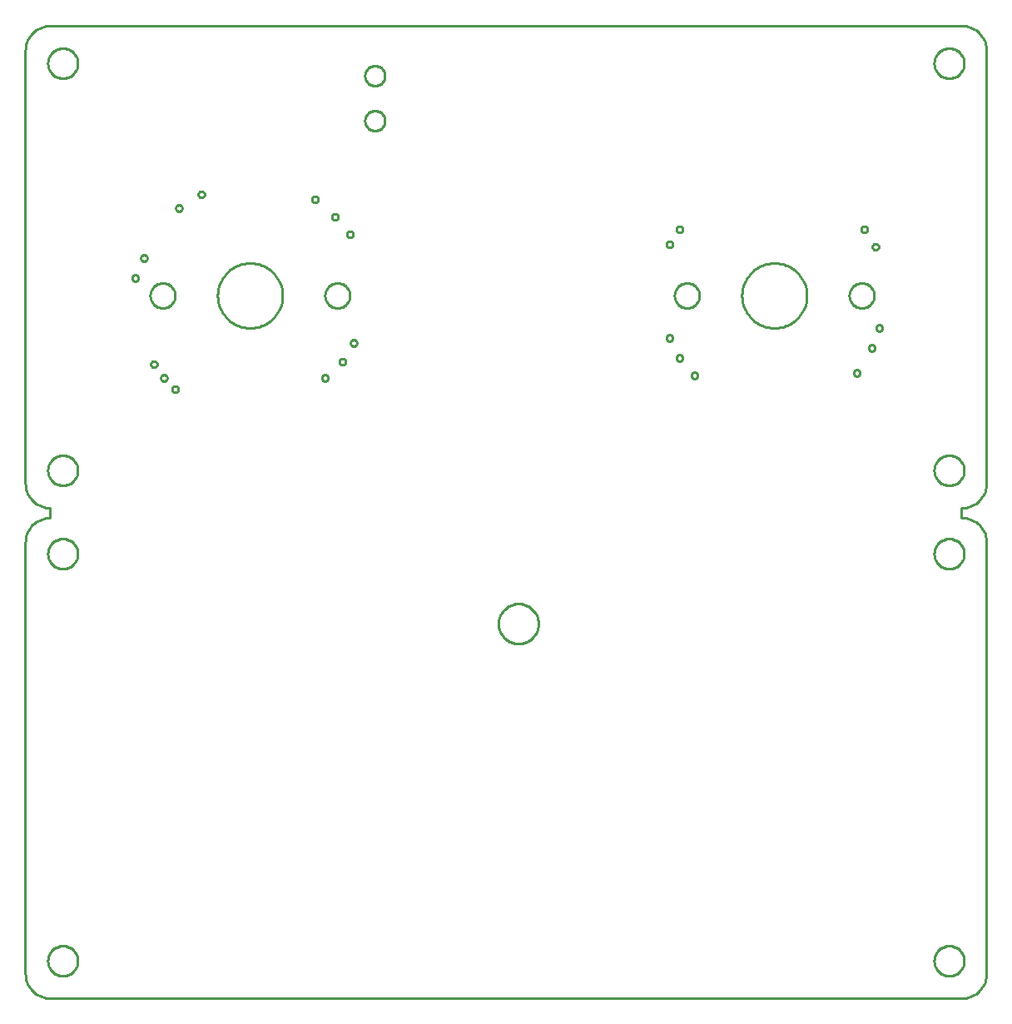
<source format=gbr>
G04 EAGLE Gerber RS-274X export*
G75*
%MOMM*%
%FSLAX34Y34*%
%LPD*%
%IN*%
%IPPOS*%
%AMOC8*
5,1,8,0,0,1.08239X$1,22.5*%
G01*
%ADD10C,0.254000*%


D10*
X0Y25654D02*
X97Y23440D01*
X386Y21243D01*
X865Y19080D01*
X1532Y16967D01*
X2380Y14920D01*
X3403Y12954D01*
X4594Y11085D01*
X5942Y9327D01*
X7440Y7694D01*
X9073Y6196D01*
X10831Y4848D01*
X12700Y3657D01*
X14666Y2634D01*
X16713Y1786D01*
X18826Y1119D01*
X20989Y640D01*
X23186Y351D01*
X25400Y254D01*
X952500Y254D01*
X954714Y351D01*
X956911Y640D01*
X959074Y1119D01*
X961187Y1786D01*
X963235Y2634D01*
X965200Y3657D01*
X967069Y4848D01*
X968827Y6196D01*
X970461Y7694D01*
X971958Y9327D01*
X973306Y11085D01*
X974497Y12954D01*
X975520Y14920D01*
X976368Y16967D01*
X977035Y19080D01*
X977514Y21243D01*
X977803Y23440D01*
X977900Y25654D01*
X977900Y463804D01*
X977803Y466018D01*
X977514Y468215D01*
X977035Y470378D01*
X976368Y472491D01*
X975520Y474539D01*
X974497Y476504D01*
X973306Y478373D01*
X971958Y480131D01*
X970461Y481765D01*
X968827Y483262D01*
X967069Y484610D01*
X965200Y485801D01*
X963235Y486824D01*
X961187Y487672D01*
X959074Y488339D01*
X956911Y488818D01*
X954714Y489107D01*
X952500Y489204D01*
X952500Y499110D01*
X954714Y499207D01*
X956911Y499496D01*
X959074Y499975D01*
X961187Y500642D01*
X963235Y501490D01*
X965200Y502513D01*
X967069Y503704D01*
X968827Y505052D01*
X970461Y506550D01*
X971958Y508183D01*
X973306Y509941D01*
X974497Y511810D01*
X975520Y513776D01*
X976368Y515823D01*
X977035Y517936D01*
X977514Y520099D01*
X977803Y522296D01*
X977900Y524510D01*
X977900Y963930D01*
X977803Y966144D01*
X977514Y968341D01*
X977035Y970504D01*
X976368Y972617D01*
X975520Y974665D01*
X974497Y976630D01*
X973306Y978499D01*
X971958Y980257D01*
X970461Y981891D01*
X968827Y983388D01*
X967069Y984736D01*
X965200Y985927D01*
X963235Y986950D01*
X961187Y987798D01*
X959074Y988465D01*
X956911Y988944D01*
X954714Y989233D01*
X952500Y989330D01*
X25400Y989330D01*
X23186Y989233D01*
X20989Y988944D01*
X18826Y988465D01*
X16713Y987798D01*
X14666Y986950D01*
X12700Y985927D01*
X10831Y984736D01*
X9073Y983388D01*
X7440Y981891D01*
X5942Y980257D01*
X4594Y978499D01*
X3403Y976630D01*
X2380Y974665D01*
X1532Y972617D01*
X865Y970504D01*
X386Y968341D01*
X97Y966144D01*
X0Y963930D01*
X0Y524510D01*
X97Y522296D01*
X386Y520099D01*
X865Y517936D01*
X1532Y515823D01*
X2380Y513776D01*
X3403Y511810D01*
X4594Y509941D01*
X5942Y508183D01*
X7440Y506550D01*
X9073Y505052D01*
X10831Y503704D01*
X12700Y502513D01*
X14666Y501490D01*
X16713Y500642D01*
X18826Y499975D01*
X20989Y499496D01*
X23186Y499207D01*
X25400Y499110D01*
X25400Y489204D01*
X23186Y489107D01*
X20989Y488818D01*
X18826Y488339D01*
X16713Y487672D01*
X14666Y486824D01*
X12700Y485801D01*
X10831Y484610D01*
X9073Y483262D01*
X7440Y481765D01*
X5942Y480131D01*
X4594Y478373D01*
X3403Y476504D01*
X2380Y474539D01*
X1532Y472491D01*
X865Y470378D01*
X386Y468215D01*
X97Y466018D01*
X0Y463804D01*
X0Y25654D01*
X53340Y950686D02*
X53262Y949600D01*
X53107Y948522D01*
X52876Y947459D01*
X52569Y946414D01*
X52189Y945394D01*
X51737Y944404D01*
X51215Y943449D01*
X50626Y942533D01*
X49974Y941661D01*
X49261Y940839D01*
X48491Y940069D01*
X47669Y939356D01*
X46797Y938704D01*
X45881Y938115D01*
X44926Y937593D01*
X43936Y937141D01*
X42916Y936761D01*
X41871Y936454D01*
X40808Y936223D01*
X39730Y936068D01*
X38644Y935990D01*
X37556Y935990D01*
X36470Y936068D01*
X35392Y936223D01*
X34329Y936454D01*
X33284Y936761D01*
X32264Y937141D01*
X31274Y937593D01*
X30319Y938115D01*
X29403Y938704D01*
X28531Y939356D01*
X27709Y940069D01*
X26939Y940839D01*
X26226Y941661D01*
X25574Y942533D01*
X24985Y943449D01*
X24463Y944404D01*
X24011Y945394D01*
X23631Y946414D01*
X23324Y947459D01*
X23093Y948522D01*
X22938Y949600D01*
X22860Y950686D01*
X22860Y951774D01*
X22938Y952860D01*
X23093Y953938D01*
X23324Y955001D01*
X23631Y956046D01*
X24011Y957066D01*
X24463Y958056D01*
X24985Y959011D01*
X25574Y959927D01*
X26226Y960799D01*
X26939Y961621D01*
X27709Y962391D01*
X28531Y963104D01*
X29403Y963756D01*
X30319Y964345D01*
X31274Y964867D01*
X32264Y965319D01*
X33284Y965699D01*
X34329Y966006D01*
X35392Y966237D01*
X36470Y966392D01*
X37556Y966470D01*
X38644Y966470D01*
X39730Y966392D01*
X40808Y966237D01*
X41871Y966006D01*
X42916Y965699D01*
X43936Y965319D01*
X44926Y964867D01*
X45881Y964345D01*
X46797Y963756D01*
X47669Y963104D01*
X48491Y962391D01*
X49261Y961621D01*
X49974Y960799D01*
X50626Y959927D01*
X51215Y959011D01*
X51737Y958056D01*
X52189Y957066D01*
X52569Y956046D01*
X52876Y955001D01*
X53107Y953938D01*
X53262Y952860D01*
X53340Y951774D01*
X53340Y950686D01*
X53340Y536666D02*
X53262Y535580D01*
X53107Y534502D01*
X52876Y533439D01*
X52569Y532394D01*
X52189Y531374D01*
X51737Y530384D01*
X51215Y529429D01*
X50626Y528513D01*
X49974Y527641D01*
X49261Y526819D01*
X48491Y526049D01*
X47669Y525336D01*
X46797Y524684D01*
X45881Y524095D01*
X44926Y523573D01*
X43936Y523121D01*
X42916Y522741D01*
X41871Y522434D01*
X40808Y522203D01*
X39730Y522048D01*
X38644Y521970D01*
X37556Y521970D01*
X36470Y522048D01*
X35392Y522203D01*
X34329Y522434D01*
X33284Y522741D01*
X32264Y523121D01*
X31274Y523573D01*
X30319Y524095D01*
X29403Y524684D01*
X28531Y525336D01*
X27709Y526049D01*
X26939Y526819D01*
X26226Y527641D01*
X25574Y528513D01*
X24985Y529429D01*
X24463Y530384D01*
X24011Y531374D01*
X23631Y532394D01*
X23324Y533439D01*
X23093Y534502D01*
X22938Y535580D01*
X22860Y536666D01*
X22860Y537754D01*
X22938Y538840D01*
X23093Y539918D01*
X23324Y540981D01*
X23631Y542026D01*
X24011Y543046D01*
X24463Y544036D01*
X24985Y544991D01*
X25574Y545907D01*
X26226Y546779D01*
X26939Y547601D01*
X27709Y548371D01*
X28531Y549084D01*
X29403Y549736D01*
X30319Y550325D01*
X31274Y550847D01*
X32264Y551299D01*
X33284Y551679D01*
X34329Y551986D01*
X35392Y552217D01*
X36470Y552372D01*
X37556Y552450D01*
X38644Y552450D01*
X39730Y552372D01*
X40808Y552217D01*
X41871Y551986D01*
X42916Y551679D01*
X43936Y551299D01*
X44926Y550847D01*
X45881Y550325D01*
X46797Y549736D01*
X47669Y549084D01*
X48491Y548371D01*
X49261Y547601D01*
X49974Y546779D01*
X50626Y545907D01*
X51215Y544991D01*
X51737Y544036D01*
X52189Y543046D01*
X52569Y542026D01*
X52876Y540981D01*
X53107Y539918D01*
X53262Y538840D01*
X53340Y537754D01*
X53340Y536666D01*
X955040Y536666D02*
X954962Y535580D01*
X954807Y534502D01*
X954576Y533439D01*
X954269Y532394D01*
X953889Y531374D01*
X953437Y530384D01*
X952915Y529429D01*
X952326Y528513D01*
X951674Y527641D01*
X950961Y526819D01*
X950191Y526049D01*
X949369Y525336D01*
X948497Y524684D01*
X947581Y524095D01*
X946626Y523573D01*
X945636Y523121D01*
X944616Y522741D01*
X943571Y522434D01*
X942508Y522203D01*
X941430Y522048D01*
X940344Y521970D01*
X939256Y521970D01*
X938170Y522048D01*
X937092Y522203D01*
X936029Y522434D01*
X934984Y522741D01*
X933964Y523121D01*
X932974Y523573D01*
X932019Y524095D01*
X931103Y524684D01*
X930231Y525336D01*
X929409Y526049D01*
X928639Y526819D01*
X927926Y527641D01*
X927274Y528513D01*
X926685Y529429D01*
X926163Y530384D01*
X925711Y531374D01*
X925331Y532394D01*
X925024Y533439D01*
X924793Y534502D01*
X924638Y535580D01*
X924560Y536666D01*
X924560Y537754D01*
X924638Y538840D01*
X924793Y539918D01*
X925024Y540981D01*
X925331Y542026D01*
X925711Y543046D01*
X926163Y544036D01*
X926685Y544991D01*
X927274Y545907D01*
X927926Y546779D01*
X928639Y547601D01*
X929409Y548371D01*
X930231Y549084D01*
X931103Y549736D01*
X932019Y550325D01*
X932974Y550847D01*
X933964Y551299D01*
X934984Y551679D01*
X936029Y551986D01*
X937092Y552217D01*
X938170Y552372D01*
X939256Y552450D01*
X940344Y552450D01*
X941430Y552372D01*
X942508Y552217D01*
X943571Y551986D01*
X944616Y551679D01*
X945636Y551299D01*
X946626Y550847D01*
X947581Y550325D01*
X948497Y549736D01*
X949369Y549084D01*
X950191Y548371D01*
X950961Y547601D01*
X951674Y546779D01*
X952326Y545907D01*
X952915Y544991D01*
X953437Y544036D01*
X953889Y543046D01*
X954269Y542026D01*
X954576Y540981D01*
X954807Y539918D01*
X954962Y538840D01*
X955040Y537754D01*
X955040Y536666D01*
X955040Y950686D02*
X954962Y949600D01*
X954807Y948522D01*
X954576Y947459D01*
X954269Y946414D01*
X953889Y945394D01*
X953437Y944404D01*
X952915Y943449D01*
X952326Y942533D01*
X951674Y941661D01*
X950961Y940839D01*
X950191Y940069D01*
X949369Y939356D01*
X948497Y938704D01*
X947581Y938115D01*
X946626Y937593D01*
X945636Y937141D01*
X944616Y936761D01*
X943571Y936454D01*
X942508Y936223D01*
X941430Y936068D01*
X940344Y935990D01*
X939256Y935990D01*
X938170Y936068D01*
X937092Y936223D01*
X936029Y936454D01*
X934984Y936761D01*
X933964Y937141D01*
X932974Y937593D01*
X932019Y938115D01*
X931103Y938704D01*
X930231Y939356D01*
X929409Y940069D01*
X928639Y940839D01*
X927926Y941661D01*
X927274Y942533D01*
X926685Y943449D01*
X926163Y944404D01*
X925711Y945394D01*
X925331Y946414D01*
X925024Y947459D01*
X924793Y948522D01*
X924638Y949600D01*
X924560Y950686D01*
X924560Y951774D01*
X924638Y952860D01*
X924793Y953938D01*
X925024Y955001D01*
X925331Y956046D01*
X925711Y957066D01*
X926163Y958056D01*
X926685Y959011D01*
X927274Y959927D01*
X927926Y960799D01*
X928639Y961621D01*
X929409Y962391D01*
X930231Y963104D01*
X931103Y963756D01*
X932019Y964345D01*
X932974Y964867D01*
X933964Y965319D01*
X934984Y965699D01*
X936029Y966006D01*
X937092Y966237D01*
X938170Y966392D01*
X939256Y966470D01*
X940344Y966470D01*
X941430Y966392D01*
X942508Y966237D01*
X943571Y966006D01*
X944616Y965699D01*
X945636Y965319D01*
X946626Y964867D01*
X947581Y964345D01*
X948497Y963756D01*
X949369Y963104D01*
X950191Y962391D01*
X950961Y961621D01*
X951674Y960799D01*
X952326Y959927D01*
X952915Y959011D01*
X953437Y958056D01*
X953889Y957066D01*
X954269Y956046D01*
X954576Y955001D01*
X954807Y953938D01*
X954962Y952860D01*
X955040Y951774D01*
X955040Y950686D01*
X53340Y37810D02*
X53262Y36724D01*
X53107Y35646D01*
X52876Y34583D01*
X52569Y33538D01*
X52189Y32518D01*
X51737Y31528D01*
X51215Y30573D01*
X50626Y29657D01*
X49974Y28785D01*
X49261Y27963D01*
X48491Y27193D01*
X47669Y26480D01*
X46797Y25828D01*
X45881Y25239D01*
X44926Y24717D01*
X43936Y24265D01*
X42916Y23885D01*
X41871Y23578D01*
X40808Y23347D01*
X39730Y23192D01*
X38644Y23114D01*
X37556Y23114D01*
X36470Y23192D01*
X35392Y23347D01*
X34329Y23578D01*
X33284Y23885D01*
X32264Y24265D01*
X31274Y24717D01*
X30319Y25239D01*
X29403Y25828D01*
X28531Y26480D01*
X27709Y27193D01*
X26939Y27963D01*
X26226Y28785D01*
X25574Y29657D01*
X24985Y30573D01*
X24463Y31528D01*
X24011Y32518D01*
X23631Y33538D01*
X23324Y34583D01*
X23093Y35646D01*
X22938Y36724D01*
X22860Y37810D01*
X22860Y38898D01*
X22938Y39984D01*
X23093Y41062D01*
X23324Y42125D01*
X23631Y43170D01*
X24011Y44190D01*
X24463Y45180D01*
X24985Y46135D01*
X25574Y47051D01*
X26226Y47923D01*
X26939Y48745D01*
X27709Y49515D01*
X28531Y50228D01*
X29403Y50880D01*
X30319Y51469D01*
X31274Y51991D01*
X32264Y52443D01*
X33284Y52823D01*
X34329Y53130D01*
X35392Y53361D01*
X36470Y53516D01*
X37556Y53594D01*
X38644Y53594D01*
X39730Y53516D01*
X40808Y53361D01*
X41871Y53130D01*
X42916Y52823D01*
X43936Y52443D01*
X44926Y51991D01*
X45881Y51469D01*
X46797Y50880D01*
X47669Y50228D01*
X48491Y49515D01*
X49261Y48745D01*
X49974Y47923D01*
X50626Y47051D01*
X51215Y46135D01*
X51737Y45180D01*
X52189Y44190D01*
X52569Y43170D01*
X52876Y42125D01*
X53107Y41062D01*
X53262Y39984D01*
X53340Y38898D01*
X53340Y37810D01*
X53340Y451830D02*
X53262Y450744D01*
X53107Y449666D01*
X52876Y448603D01*
X52569Y447558D01*
X52189Y446538D01*
X51737Y445548D01*
X51215Y444593D01*
X50626Y443677D01*
X49974Y442805D01*
X49261Y441983D01*
X48491Y441213D01*
X47669Y440500D01*
X46797Y439848D01*
X45881Y439259D01*
X44926Y438737D01*
X43936Y438285D01*
X42916Y437905D01*
X41871Y437598D01*
X40808Y437367D01*
X39730Y437212D01*
X38644Y437134D01*
X37556Y437134D01*
X36470Y437212D01*
X35392Y437367D01*
X34329Y437598D01*
X33284Y437905D01*
X32264Y438285D01*
X31274Y438737D01*
X30319Y439259D01*
X29403Y439848D01*
X28531Y440500D01*
X27709Y441213D01*
X26939Y441983D01*
X26226Y442805D01*
X25574Y443677D01*
X24985Y444593D01*
X24463Y445548D01*
X24011Y446538D01*
X23631Y447558D01*
X23324Y448603D01*
X23093Y449666D01*
X22938Y450744D01*
X22860Y451830D01*
X22860Y452918D01*
X22938Y454004D01*
X23093Y455082D01*
X23324Y456145D01*
X23631Y457190D01*
X24011Y458210D01*
X24463Y459200D01*
X24985Y460155D01*
X25574Y461071D01*
X26226Y461943D01*
X26939Y462765D01*
X27709Y463535D01*
X28531Y464248D01*
X29403Y464900D01*
X30319Y465489D01*
X31274Y466011D01*
X32264Y466463D01*
X33284Y466843D01*
X34329Y467150D01*
X35392Y467381D01*
X36470Y467536D01*
X37556Y467614D01*
X38644Y467614D01*
X39730Y467536D01*
X40808Y467381D01*
X41871Y467150D01*
X42916Y466843D01*
X43936Y466463D01*
X44926Y466011D01*
X45881Y465489D01*
X46797Y464900D01*
X47669Y464248D01*
X48491Y463535D01*
X49261Y462765D01*
X49974Y461943D01*
X50626Y461071D01*
X51215Y460155D01*
X51737Y459200D01*
X52189Y458210D01*
X52569Y457190D01*
X52876Y456145D01*
X53107Y455082D01*
X53262Y454004D01*
X53340Y452918D01*
X53340Y451830D01*
X955040Y451830D02*
X954962Y450744D01*
X954807Y449666D01*
X954576Y448603D01*
X954269Y447558D01*
X953889Y446538D01*
X953437Y445548D01*
X952915Y444593D01*
X952326Y443677D01*
X951674Y442805D01*
X950961Y441983D01*
X950191Y441213D01*
X949369Y440500D01*
X948497Y439848D01*
X947581Y439259D01*
X946626Y438737D01*
X945636Y438285D01*
X944616Y437905D01*
X943571Y437598D01*
X942508Y437367D01*
X941430Y437212D01*
X940344Y437134D01*
X939256Y437134D01*
X938170Y437212D01*
X937092Y437367D01*
X936029Y437598D01*
X934984Y437905D01*
X933964Y438285D01*
X932974Y438737D01*
X932019Y439259D01*
X931103Y439848D01*
X930231Y440500D01*
X929409Y441213D01*
X928639Y441983D01*
X927926Y442805D01*
X927274Y443677D01*
X926685Y444593D01*
X926163Y445548D01*
X925711Y446538D01*
X925331Y447558D01*
X925024Y448603D01*
X924793Y449666D01*
X924638Y450744D01*
X924560Y451830D01*
X924560Y452918D01*
X924638Y454004D01*
X924793Y455082D01*
X925024Y456145D01*
X925331Y457190D01*
X925711Y458210D01*
X926163Y459200D01*
X926685Y460155D01*
X927274Y461071D01*
X927926Y461943D01*
X928639Y462765D01*
X929409Y463535D01*
X930231Y464248D01*
X931103Y464900D01*
X932019Y465489D01*
X932974Y466011D01*
X933964Y466463D01*
X934984Y466843D01*
X936029Y467150D01*
X937092Y467381D01*
X938170Y467536D01*
X939256Y467614D01*
X940344Y467614D01*
X941430Y467536D01*
X942508Y467381D01*
X943571Y467150D01*
X944616Y466843D01*
X945636Y466463D01*
X946626Y466011D01*
X947581Y465489D01*
X948497Y464900D01*
X949369Y464248D01*
X950191Y463535D01*
X950961Y462765D01*
X951674Y461943D01*
X952326Y461071D01*
X952915Y460155D01*
X953437Y459200D01*
X953889Y458210D01*
X954269Y457190D01*
X954576Y456145D01*
X954807Y455082D01*
X954962Y454004D01*
X955040Y452918D01*
X955040Y451830D01*
X955040Y37810D02*
X954962Y36724D01*
X954807Y35646D01*
X954576Y34583D01*
X954269Y33538D01*
X953889Y32518D01*
X953437Y31528D01*
X952915Y30573D01*
X952326Y29657D01*
X951674Y28785D01*
X950961Y27963D01*
X950191Y27193D01*
X949369Y26480D01*
X948497Y25828D01*
X947581Y25239D01*
X946626Y24717D01*
X945636Y24265D01*
X944616Y23885D01*
X943571Y23578D01*
X942508Y23347D01*
X941430Y23192D01*
X940344Y23114D01*
X939256Y23114D01*
X938170Y23192D01*
X937092Y23347D01*
X936029Y23578D01*
X934984Y23885D01*
X933964Y24265D01*
X932974Y24717D01*
X932019Y25239D01*
X931103Y25828D01*
X930231Y26480D01*
X929409Y27193D01*
X928639Y27963D01*
X927926Y28785D01*
X927274Y29657D01*
X926685Y30573D01*
X926163Y31528D01*
X925711Y32518D01*
X925331Y33538D01*
X925024Y34583D01*
X924793Y35646D01*
X924638Y36724D01*
X924560Y37810D01*
X924560Y38898D01*
X924638Y39984D01*
X924793Y41062D01*
X925024Y42125D01*
X925331Y43170D01*
X925711Y44190D01*
X926163Y45180D01*
X926685Y46135D01*
X927274Y47051D01*
X927926Y47923D01*
X928639Y48745D01*
X929409Y49515D01*
X930231Y50228D01*
X931103Y50880D01*
X932019Y51469D01*
X932974Y51991D01*
X933964Y52443D01*
X934984Y52823D01*
X936029Y53130D01*
X937092Y53361D01*
X938170Y53516D01*
X939256Y53594D01*
X940344Y53594D01*
X941430Y53516D01*
X942508Y53361D01*
X943571Y53130D01*
X944616Y52823D01*
X945636Y52443D01*
X946626Y51991D01*
X947581Y51469D01*
X948497Y50880D01*
X949369Y50228D01*
X950191Y49515D01*
X950961Y48745D01*
X951674Y47923D01*
X952326Y47051D01*
X952915Y46135D01*
X953437Y45180D01*
X953889Y44190D01*
X954269Y43170D01*
X954576Y42125D01*
X954807Y41062D01*
X954962Y39984D01*
X955040Y38898D01*
X955040Y37810D01*
X134060Y644947D02*
X134004Y644525D01*
X133894Y644113D01*
X133731Y643719D01*
X133518Y643351D01*
X133259Y643013D01*
X132957Y642711D01*
X132619Y642452D01*
X132251Y642239D01*
X131857Y642076D01*
X131445Y641966D01*
X131023Y641910D01*
X130597Y641910D01*
X130175Y641966D01*
X129763Y642076D01*
X129369Y642239D01*
X129001Y642452D01*
X128663Y642711D01*
X128361Y643013D01*
X128102Y643351D01*
X127889Y643719D01*
X127726Y644113D01*
X127616Y644525D01*
X127560Y644947D01*
X127560Y645373D01*
X127616Y645795D01*
X127726Y646207D01*
X127889Y646601D01*
X128102Y646969D01*
X128361Y647307D01*
X128663Y647609D01*
X129001Y647868D01*
X129369Y648081D01*
X129763Y648244D01*
X130175Y648354D01*
X130597Y648410D01*
X131023Y648410D01*
X131445Y648354D01*
X131857Y648244D01*
X132251Y648081D01*
X132619Y647868D01*
X132957Y647609D01*
X133259Y647307D01*
X133518Y646969D01*
X133731Y646601D01*
X133894Y646207D01*
X134004Y645795D01*
X134060Y645373D01*
X134060Y644947D01*
X144220Y630977D02*
X144164Y630555D01*
X144054Y630143D01*
X143891Y629749D01*
X143678Y629381D01*
X143419Y629043D01*
X143117Y628741D01*
X142779Y628482D01*
X142411Y628269D01*
X142017Y628106D01*
X141605Y627996D01*
X141183Y627940D01*
X140757Y627940D01*
X140335Y627996D01*
X139923Y628106D01*
X139529Y628269D01*
X139161Y628482D01*
X138823Y628741D01*
X138521Y629043D01*
X138262Y629381D01*
X138049Y629749D01*
X137886Y630143D01*
X137776Y630555D01*
X137720Y630977D01*
X137720Y631403D01*
X137776Y631825D01*
X137886Y632237D01*
X138049Y632631D01*
X138262Y632999D01*
X138521Y633337D01*
X138823Y633639D01*
X139161Y633898D01*
X139529Y634111D01*
X139923Y634274D01*
X140335Y634384D01*
X140757Y634440D01*
X141183Y634440D01*
X141605Y634384D01*
X142017Y634274D01*
X142411Y634111D01*
X142779Y633898D01*
X143117Y633639D01*
X143419Y633337D01*
X143678Y632999D01*
X143891Y632631D01*
X144054Y632237D01*
X144164Y631825D01*
X144220Y631403D01*
X144220Y630977D01*
X155650Y619547D02*
X155594Y619125D01*
X155484Y618713D01*
X155321Y618319D01*
X155108Y617951D01*
X154849Y617613D01*
X154547Y617311D01*
X154209Y617052D01*
X153841Y616839D01*
X153447Y616676D01*
X153035Y616566D01*
X152613Y616510D01*
X152187Y616510D01*
X151765Y616566D01*
X151353Y616676D01*
X150959Y616839D01*
X150591Y617052D01*
X150253Y617311D01*
X149951Y617613D01*
X149692Y617951D01*
X149479Y618319D01*
X149316Y618713D01*
X149206Y619125D01*
X149150Y619547D01*
X149150Y619973D01*
X149206Y620395D01*
X149316Y620807D01*
X149479Y621201D01*
X149692Y621569D01*
X149951Y621907D01*
X150253Y622209D01*
X150591Y622468D01*
X150959Y622681D01*
X151353Y622844D01*
X151765Y622954D01*
X152187Y623010D01*
X152613Y623010D01*
X153035Y622954D01*
X153447Y622844D01*
X153841Y622681D01*
X154209Y622468D01*
X154547Y622209D01*
X154849Y621907D01*
X155108Y621569D01*
X155321Y621201D01*
X155484Y620807D01*
X155594Y620395D01*
X155650Y619973D01*
X155650Y619547D01*
X308050Y630977D02*
X307994Y630555D01*
X307884Y630143D01*
X307721Y629749D01*
X307508Y629381D01*
X307249Y629043D01*
X306947Y628741D01*
X306609Y628482D01*
X306241Y628269D01*
X305847Y628106D01*
X305435Y627996D01*
X305013Y627940D01*
X304587Y627940D01*
X304165Y627996D01*
X303753Y628106D01*
X303359Y628269D01*
X302991Y628482D01*
X302653Y628741D01*
X302351Y629043D01*
X302092Y629381D01*
X301879Y629749D01*
X301716Y630143D01*
X301606Y630555D01*
X301550Y630977D01*
X301550Y631403D01*
X301606Y631825D01*
X301716Y632237D01*
X301879Y632631D01*
X302092Y632999D01*
X302351Y633337D01*
X302653Y633639D01*
X302991Y633898D01*
X303359Y634111D01*
X303753Y634274D01*
X304165Y634384D01*
X304587Y634440D01*
X305013Y634440D01*
X305435Y634384D01*
X305847Y634274D01*
X306241Y634111D01*
X306609Y633898D01*
X306947Y633639D01*
X307249Y633337D01*
X307508Y632999D01*
X307721Y632631D01*
X307884Y632237D01*
X307994Y631825D01*
X308050Y631403D01*
X308050Y630977D01*
X325830Y647487D02*
X325774Y647065D01*
X325664Y646653D01*
X325501Y646259D01*
X325288Y645891D01*
X325029Y645553D01*
X324727Y645251D01*
X324389Y644992D01*
X324021Y644779D01*
X323627Y644616D01*
X323215Y644506D01*
X322793Y644450D01*
X322367Y644450D01*
X321945Y644506D01*
X321533Y644616D01*
X321139Y644779D01*
X320771Y644992D01*
X320433Y645251D01*
X320131Y645553D01*
X319872Y645891D01*
X319659Y646259D01*
X319496Y646653D01*
X319386Y647065D01*
X319330Y647487D01*
X319330Y647913D01*
X319386Y648335D01*
X319496Y648747D01*
X319659Y649141D01*
X319872Y649509D01*
X320131Y649847D01*
X320433Y650149D01*
X320771Y650408D01*
X321139Y650621D01*
X321533Y650784D01*
X321945Y650894D01*
X322367Y650950D01*
X322793Y650950D01*
X323215Y650894D01*
X323627Y650784D01*
X324021Y650621D01*
X324389Y650408D01*
X324727Y650149D01*
X325029Y649847D01*
X325288Y649509D01*
X325501Y649141D01*
X325664Y648747D01*
X325774Y648335D01*
X325830Y647913D01*
X325830Y647487D01*
X337260Y666537D02*
X337204Y666115D01*
X337094Y665703D01*
X336931Y665309D01*
X336718Y664941D01*
X336459Y664603D01*
X336157Y664301D01*
X335819Y664042D01*
X335451Y663829D01*
X335057Y663666D01*
X334645Y663556D01*
X334223Y663500D01*
X333797Y663500D01*
X333375Y663556D01*
X332963Y663666D01*
X332569Y663829D01*
X332201Y664042D01*
X331863Y664301D01*
X331561Y664603D01*
X331302Y664941D01*
X331089Y665309D01*
X330926Y665703D01*
X330816Y666115D01*
X330760Y666537D01*
X330760Y666963D01*
X330816Y667385D01*
X330926Y667797D01*
X331089Y668191D01*
X331302Y668559D01*
X331561Y668897D01*
X331863Y669199D01*
X332201Y669458D01*
X332569Y669671D01*
X332963Y669834D01*
X333375Y669944D01*
X333797Y670000D01*
X334223Y670000D01*
X334645Y669944D01*
X335057Y669834D01*
X335451Y669671D01*
X335819Y669458D01*
X336157Y669199D01*
X336459Y668897D01*
X336718Y668559D01*
X336931Y668191D01*
X337094Y667797D01*
X337204Y667385D01*
X337260Y666963D01*
X337260Y666537D01*
X297890Y812587D02*
X297834Y812165D01*
X297724Y811753D01*
X297561Y811359D01*
X297348Y810991D01*
X297089Y810653D01*
X296787Y810351D01*
X296449Y810092D01*
X296081Y809879D01*
X295687Y809716D01*
X295275Y809606D01*
X294853Y809550D01*
X294427Y809550D01*
X294005Y809606D01*
X293593Y809716D01*
X293199Y809879D01*
X292831Y810092D01*
X292493Y810351D01*
X292191Y810653D01*
X291932Y810991D01*
X291719Y811359D01*
X291556Y811753D01*
X291446Y812165D01*
X291390Y812587D01*
X291390Y813013D01*
X291446Y813435D01*
X291556Y813847D01*
X291719Y814241D01*
X291932Y814609D01*
X292191Y814947D01*
X292493Y815249D01*
X292831Y815508D01*
X293199Y815721D01*
X293593Y815884D01*
X294005Y815994D01*
X294427Y816050D01*
X294853Y816050D01*
X295275Y815994D01*
X295687Y815884D01*
X296081Y815721D01*
X296449Y815508D01*
X296787Y815249D01*
X297089Y814947D01*
X297348Y814609D01*
X297561Y814241D01*
X297724Y813847D01*
X297834Y813435D01*
X297890Y813013D01*
X297890Y812587D01*
X318210Y794807D02*
X318154Y794385D01*
X318044Y793973D01*
X317881Y793579D01*
X317668Y793211D01*
X317409Y792873D01*
X317107Y792571D01*
X316769Y792312D01*
X316401Y792099D01*
X316007Y791936D01*
X315595Y791826D01*
X315173Y791770D01*
X314747Y791770D01*
X314325Y791826D01*
X313913Y791936D01*
X313519Y792099D01*
X313151Y792312D01*
X312813Y792571D01*
X312511Y792873D01*
X312252Y793211D01*
X312039Y793579D01*
X311876Y793973D01*
X311766Y794385D01*
X311710Y794807D01*
X311710Y795233D01*
X311766Y795655D01*
X311876Y796067D01*
X312039Y796461D01*
X312252Y796829D01*
X312511Y797167D01*
X312813Y797469D01*
X313151Y797728D01*
X313519Y797941D01*
X313913Y798104D01*
X314325Y798214D01*
X314747Y798270D01*
X315173Y798270D01*
X315595Y798214D01*
X316007Y798104D01*
X316401Y797941D01*
X316769Y797728D01*
X317107Y797469D01*
X317409Y797167D01*
X317668Y796829D01*
X317881Y796461D01*
X318044Y796067D01*
X318154Y795655D01*
X318210Y795233D01*
X318210Y794807D01*
X333450Y777027D02*
X333394Y776605D01*
X333284Y776193D01*
X333121Y775799D01*
X332908Y775431D01*
X332649Y775093D01*
X332347Y774791D01*
X332009Y774532D01*
X331641Y774319D01*
X331247Y774156D01*
X330835Y774046D01*
X330413Y773990D01*
X329987Y773990D01*
X329565Y774046D01*
X329153Y774156D01*
X328759Y774319D01*
X328391Y774532D01*
X328053Y774791D01*
X327751Y775093D01*
X327492Y775431D01*
X327279Y775799D01*
X327116Y776193D01*
X327006Y776605D01*
X326950Y777027D01*
X326950Y777453D01*
X327006Y777875D01*
X327116Y778287D01*
X327279Y778681D01*
X327492Y779049D01*
X327751Y779387D01*
X328053Y779689D01*
X328391Y779948D01*
X328759Y780161D01*
X329153Y780324D01*
X329565Y780434D01*
X329987Y780490D01*
X330413Y780490D01*
X330835Y780434D01*
X331247Y780324D01*
X331641Y780161D01*
X332009Y779948D01*
X332347Y779689D01*
X332649Y779387D01*
X332908Y779049D01*
X333121Y778681D01*
X333284Y778287D01*
X333394Y777875D01*
X333450Y777453D01*
X333450Y777027D01*
X159460Y803697D02*
X159404Y803275D01*
X159294Y802863D01*
X159131Y802469D01*
X158918Y802101D01*
X158659Y801763D01*
X158357Y801461D01*
X158019Y801202D01*
X157651Y800989D01*
X157257Y800826D01*
X156845Y800716D01*
X156423Y800660D01*
X155997Y800660D01*
X155575Y800716D01*
X155163Y800826D01*
X154769Y800989D01*
X154401Y801202D01*
X154063Y801461D01*
X153761Y801763D01*
X153502Y802101D01*
X153289Y802469D01*
X153126Y802863D01*
X153016Y803275D01*
X152960Y803697D01*
X152960Y804123D01*
X153016Y804545D01*
X153126Y804957D01*
X153289Y805351D01*
X153502Y805719D01*
X153761Y806057D01*
X154063Y806359D01*
X154401Y806618D01*
X154769Y806831D01*
X155163Y806994D01*
X155575Y807104D01*
X155997Y807160D01*
X156423Y807160D01*
X156845Y807104D01*
X157257Y806994D01*
X157651Y806831D01*
X158019Y806618D01*
X158357Y806359D01*
X158659Y806057D01*
X158918Y805719D01*
X159131Y805351D01*
X159294Y804957D01*
X159404Y804545D01*
X159460Y804123D01*
X159460Y803697D01*
X182320Y817667D02*
X182264Y817245D01*
X182154Y816833D01*
X181991Y816439D01*
X181778Y816071D01*
X181519Y815733D01*
X181217Y815431D01*
X180879Y815172D01*
X180511Y814959D01*
X180117Y814796D01*
X179705Y814686D01*
X179283Y814630D01*
X178857Y814630D01*
X178435Y814686D01*
X178023Y814796D01*
X177629Y814959D01*
X177261Y815172D01*
X176923Y815431D01*
X176621Y815733D01*
X176362Y816071D01*
X176149Y816439D01*
X175986Y816833D01*
X175876Y817245D01*
X175820Y817667D01*
X175820Y818093D01*
X175876Y818515D01*
X175986Y818927D01*
X176149Y819321D01*
X176362Y819689D01*
X176621Y820027D01*
X176923Y820329D01*
X177261Y820588D01*
X177629Y820801D01*
X178023Y820964D01*
X178435Y821074D01*
X178857Y821130D01*
X179283Y821130D01*
X179705Y821074D01*
X180117Y820964D01*
X180511Y820801D01*
X180879Y820588D01*
X181217Y820329D01*
X181519Y820027D01*
X181778Y819689D01*
X181991Y819321D01*
X182154Y818927D01*
X182264Y818515D01*
X182320Y818093D01*
X182320Y817667D01*
X115010Y732577D02*
X114954Y732155D01*
X114844Y731743D01*
X114681Y731349D01*
X114468Y730981D01*
X114209Y730643D01*
X113907Y730341D01*
X113569Y730082D01*
X113201Y729869D01*
X112807Y729706D01*
X112395Y729596D01*
X111973Y729540D01*
X111547Y729540D01*
X111125Y729596D01*
X110713Y729706D01*
X110319Y729869D01*
X109951Y730082D01*
X109613Y730341D01*
X109311Y730643D01*
X109052Y730981D01*
X108839Y731349D01*
X108676Y731743D01*
X108566Y732155D01*
X108510Y732577D01*
X108510Y733003D01*
X108566Y733425D01*
X108676Y733837D01*
X108839Y734231D01*
X109052Y734599D01*
X109311Y734937D01*
X109613Y735239D01*
X109951Y735498D01*
X110319Y735711D01*
X110713Y735874D01*
X111125Y735984D01*
X111547Y736040D01*
X111973Y736040D01*
X112395Y735984D01*
X112807Y735874D01*
X113201Y735711D01*
X113569Y735498D01*
X113907Y735239D01*
X114209Y734937D01*
X114468Y734599D01*
X114681Y734231D01*
X114844Y733837D01*
X114954Y733425D01*
X115010Y733003D01*
X115010Y732577D01*
X123900Y752897D02*
X123844Y752475D01*
X123734Y752063D01*
X123571Y751669D01*
X123358Y751301D01*
X123099Y750963D01*
X122797Y750661D01*
X122459Y750402D01*
X122091Y750189D01*
X121697Y750026D01*
X121285Y749916D01*
X120863Y749860D01*
X120437Y749860D01*
X120015Y749916D01*
X119603Y750026D01*
X119209Y750189D01*
X118841Y750402D01*
X118503Y750661D01*
X118201Y750963D01*
X117942Y751301D01*
X117729Y751669D01*
X117566Y752063D01*
X117456Y752475D01*
X117400Y752897D01*
X117400Y753323D01*
X117456Y753745D01*
X117566Y754157D01*
X117729Y754551D01*
X117942Y754919D01*
X118201Y755257D01*
X118503Y755559D01*
X118841Y755818D01*
X119209Y756031D01*
X119603Y756194D01*
X120015Y756304D01*
X120437Y756360D01*
X120863Y756360D01*
X121285Y756304D01*
X121697Y756194D01*
X122091Y756031D01*
X122459Y755818D01*
X122797Y755559D01*
X123099Y755257D01*
X123358Y754919D01*
X123571Y754551D01*
X123734Y754157D01*
X123844Y753745D01*
X123900Y753323D01*
X123900Y752897D01*
X658570Y766867D02*
X658514Y766445D01*
X658404Y766033D01*
X658241Y765639D01*
X658028Y765271D01*
X657769Y764933D01*
X657467Y764631D01*
X657129Y764372D01*
X656761Y764159D01*
X656367Y763996D01*
X655955Y763886D01*
X655533Y763830D01*
X655107Y763830D01*
X654685Y763886D01*
X654273Y763996D01*
X653879Y764159D01*
X653511Y764372D01*
X653173Y764631D01*
X652871Y764933D01*
X652612Y765271D01*
X652399Y765639D01*
X652236Y766033D01*
X652126Y766445D01*
X652070Y766867D01*
X652070Y767293D01*
X652126Y767715D01*
X652236Y768127D01*
X652399Y768521D01*
X652612Y768889D01*
X652871Y769227D01*
X653173Y769529D01*
X653511Y769788D01*
X653879Y770001D01*
X654273Y770164D01*
X654685Y770274D01*
X655107Y770330D01*
X655533Y770330D01*
X655955Y770274D01*
X656367Y770164D01*
X656761Y770001D01*
X657129Y769788D01*
X657467Y769529D01*
X657769Y769227D01*
X658028Y768889D01*
X658241Y768521D01*
X658404Y768127D01*
X658514Y767715D01*
X658570Y767293D01*
X658570Y766867D01*
X668730Y782107D02*
X668674Y781685D01*
X668564Y781273D01*
X668401Y780879D01*
X668188Y780511D01*
X667929Y780173D01*
X667627Y779871D01*
X667289Y779612D01*
X666921Y779399D01*
X666527Y779236D01*
X666115Y779126D01*
X665693Y779070D01*
X665267Y779070D01*
X664845Y779126D01*
X664433Y779236D01*
X664039Y779399D01*
X663671Y779612D01*
X663333Y779871D01*
X663031Y780173D01*
X662772Y780511D01*
X662559Y780879D01*
X662396Y781273D01*
X662286Y781685D01*
X662230Y782107D01*
X662230Y782533D01*
X662286Y782955D01*
X662396Y783367D01*
X662559Y783761D01*
X662772Y784129D01*
X663031Y784467D01*
X663333Y784769D01*
X663671Y785028D01*
X664039Y785241D01*
X664433Y785404D01*
X664845Y785514D01*
X665267Y785570D01*
X665693Y785570D01*
X666115Y785514D01*
X666527Y785404D01*
X666921Y785241D01*
X667289Y785028D01*
X667627Y784769D01*
X667929Y784467D01*
X668188Y784129D01*
X668401Y783761D01*
X668564Y783367D01*
X668674Y782955D01*
X668730Y782533D01*
X668730Y782107D01*
X658570Y671617D02*
X658514Y671195D01*
X658404Y670783D01*
X658241Y670389D01*
X658028Y670021D01*
X657769Y669683D01*
X657467Y669381D01*
X657129Y669122D01*
X656761Y668909D01*
X656367Y668746D01*
X655955Y668636D01*
X655533Y668580D01*
X655107Y668580D01*
X654685Y668636D01*
X654273Y668746D01*
X653879Y668909D01*
X653511Y669122D01*
X653173Y669381D01*
X652871Y669683D01*
X652612Y670021D01*
X652399Y670389D01*
X652236Y670783D01*
X652126Y671195D01*
X652070Y671617D01*
X652070Y672043D01*
X652126Y672465D01*
X652236Y672877D01*
X652399Y673271D01*
X652612Y673639D01*
X652871Y673977D01*
X653173Y674279D01*
X653511Y674538D01*
X653879Y674751D01*
X654273Y674914D01*
X654685Y675024D01*
X655107Y675080D01*
X655533Y675080D01*
X655955Y675024D01*
X656367Y674914D01*
X656761Y674751D01*
X657129Y674538D01*
X657467Y674279D01*
X657769Y673977D01*
X658028Y673639D01*
X658241Y673271D01*
X658404Y672877D01*
X658514Y672465D01*
X658570Y672043D01*
X658570Y671617D01*
X668730Y651297D02*
X668674Y650875D01*
X668564Y650463D01*
X668401Y650069D01*
X668188Y649701D01*
X667929Y649363D01*
X667627Y649061D01*
X667289Y648802D01*
X666921Y648589D01*
X666527Y648426D01*
X666115Y648316D01*
X665693Y648260D01*
X665267Y648260D01*
X664845Y648316D01*
X664433Y648426D01*
X664039Y648589D01*
X663671Y648802D01*
X663333Y649061D01*
X663031Y649363D01*
X662772Y649701D01*
X662559Y650069D01*
X662396Y650463D01*
X662286Y650875D01*
X662230Y651297D01*
X662230Y651723D01*
X662286Y652145D01*
X662396Y652557D01*
X662559Y652951D01*
X662772Y653319D01*
X663031Y653657D01*
X663333Y653959D01*
X663671Y654218D01*
X664039Y654431D01*
X664433Y654594D01*
X664845Y654704D01*
X665267Y654760D01*
X665693Y654760D01*
X666115Y654704D01*
X666527Y654594D01*
X666921Y654431D01*
X667289Y654218D01*
X667627Y653959D01*
X667929Y653657D01*
X668188Y653319D01*
X668401Y652951D01*
X668564Y652557D01*
X668674Y652145D01*
X668730Y651723D01*
X668730Y651297D01*
X683970Y633517D02*
X683914Y633095D01*
X683804Y632683D01*
X683641Y632289D01*
X683428Y631921D01*
X683169Y631583D01*
X682867Y631281D01*
X682529Y631022D01*
X682161Y630809D01*
X681767Y630646D01*
X681355Y630536D01*
X680933Y630480D01*
X680507Y630480D01*
X680085Y630536D01*
X679673Y630646D01*
X679279Y630809D01*
X678911Y631022D01*
X678573Y631281D01*
X678271Y631583D01*
X678012Y631921D01*
X677799Y632289D01*
X677636Y632683D01*
X677526Y633095D01*
X677470Y633517D01*
X677470Y633943D01*
X677526Y634365D01*
X677636Y634777D01*
X677799Y635171D01*
X678012Y635539D01*
X678271Y635877D01*
X678573Y636179D01*
X678911Y636438D01*
X679279Y636651D01*
X679673Y636814D01*
X680085Y636924D01*
X680507Y636980D01*
X680933Y636980D01*
X681355Y636924D01*
X681767Y636814D01*
X682161Y636651D01*
X682529Y636438D01*
X682867Y636179D01*
X683169Y635877D01*
X683428Y635539D01*
X683641Y635171D01*
X683804Y634777D01*
X683914Y634365D01*
X683970Y633943D01*
X683970Y633517D01*
X849070Y636057D02*
X849014Y635635D01*
X848904Y635223D01*
X848741Y634829D01*
X848528Y634461D01*
X848269Y634123D01*
X847967Y633821D01*
X847629Y633562D01*
X847261Y633349D01*
X846867Y633186D01*
X846455Y633076D01*
X846033Y633020D01*
X845607Y633020D01*
X845185Y633076D01*
X844773Y633186D01*
X844379Y633349D01*
X844011Y633562D01*
X843673Y633821D01*
X843371Y634123D01*
X843112Y634461D01*
X842899Y634829D01*
X842736Y635223D01*
X842626Y635635D01*
X842570Y636057D01*
X842570Y636483D01*
X842626Y636905D01*
X842736Y637317D01*
X842899Y637711D01*
X843112Y638079D01*
X843371Y638417D01*
X843673Y638719D01*
X844011Y638978D01*
X844379Y639191D01*
X844773Y639354D01*
X845185Y639464D01*
X845607Y639520D01*
X846033Y639520D01*
X846455Y639464D01*
X846867Y639354D01*
X847261Y639191D01*
X847629Y638978D01*
X847967Y638719D01*
X848269Y638417D01*
X848528Y638079D01*
X848741Y637711D01*
X848904Y637317D01*
X849014Y636905D01*
X849070Y636483D01*
X849070Y636057D01*
X864310Y661457D02*
X864254Y661035D01*
X864144Y660623D01*
X863981Y660229D01*
X863768Y659861D01*
X863509Y659523D01*
X863207Y659221D01*
X862869Y658962D01*
X862501Y658749D01*
X862107Y658586D01*
X861695Y658476D01*
X861273Y658420D01*
X860847Y658420D01*
X860425Y658476D01*
X860013Y658586D01*
X859619Y658749D01*
X859251Y658962D01*
X858913Y659221D01*
X858611Y659523D01*
X858352Y659861D01*
X858139Y660229D01*
X857976Y660623D01*
X857866Y661035D01*
X857810Y661457D01*
X857810Y661883D01*
X857866Y662305D01*
X857976Y662717D01*
X858139Y663111D01*
X858352Y663479D01*
X858611Y663817D01*
X858913Y664119D01*
X859251Y664378D01*
X859619Y664591D01*
X860013Y664754D01*
X860425Y664864D01*
X860847Y664920D01*
X861273Y664920D01*
X861695Y664864D01*
X862107Y664754D01*
X862501Y664591D01*
X862869Y664378D01*
X863207Y664119D01*
X863509Y663817D01*
X863768Y663479D01*
X863981Y663111D01*
X864144Y662717D01*
X864254Y662305D01*
X864310Y661883D01*
X864310Y661457D01*
X871930Y681777D02*
X871874Y681355D01*
X871764Y680943D01*
X871601Y680549D01*
X871388Y680181D01*
X871129Y679843D01*
X870827Y679541D01*
X870489Y679282D01*
X870121Y679069D01*
X869727Y678906D01*
X869315Y678796D01*
X868893Y678740D01*
X868467Y678740D01*
X868045Y678796D01*
X867633Y678906D01*
X867239Y679069D01*
X866871Y679282D01*
X866533Y679541D01*
X866231Y679843D01*
X865972Y680181D01*
X865759Y680549D01*
X865596Y680943D01*
X865486Y681355D01*
X865430Y681777D01*
X865430Y682203D01*
X865486Y682625D01*
X865596Y683037D01*
X865759Y683431D01*
X865972Y683799D01*
X866231Y684137D01*
X866533Y684439D01*
X866871Y684698D01*
X867239Y684911D01*
X867633Y685074D01*
X868045Y685184D01*
X868467Y685240D01*
X868893Y685240D01*
X869315Y685184D01*
X869727Y685074D01*
X870121Y684911D01*
X870489Y684698D01*
X870827Y684439D01*
X871129Y684137D01*
X871388Y683799D01*
X871601Y683431D01*
X871764Y683037D01*
X871874Y682625D01*
X871930Y682203D01*
X871930Y681777D01*
X856690Y782107D02*
X856634Y781685D01*
X856524Y781273D01*
X856361Y780879D01*
X856148Y780511D01*
X855889Y780173D01*
X855587Y779871D01*
X855249Y779612D01*
X854881Y779399D01*
X854487Y779236D01*
X854075Y779126D01*
X853653Y779070D01*
X853227Y779070D01*
X852805Y779126D01*
X852393Y779236D01*
X851999Y779399D01*
X851631Y779612D01*
X851293Y779871D01*
X850991Y780173D01*
X850732Y780511D01*
X850519Y780879D01*
X850356Y781273D01*
X850246Y781685D01*
X850190Y782107D01*
X850190Y782533D01*
X850246Y782955D01*
X850356Y783367D01*
X850519Y783761D01*
X850732Y784129D01*
X850991Y784467D01*
X851293Y784769D01*
X851631Y785028D01*
X851999Y785241D01*
X852393Y785404D01*
X852805Y785514D01*
X853227Y785570D01*
X853653Y785570D01*
X854075Y785514D01*
X854487Y785404D01*
X854881Y785241D01*
X855249Y785028D01*
X855587Y784769D01*
X855889Y784467D01*
X856148Y784129D01*
X856361Y783761D01*
X856524Y783367D01*
X856634Y782955D01*
X856690Y782533D01*
X856690Y782107D01*
X868120Y764327D02*
X868064Y763905D01*
X867954Y763493D01*
X867791Y763099D01*
X867578Y762731D01*
X867319Y762393D01*
X867017Y762091D01*
X866679Y761832D01*
X866311Y761619D01*
X865917Y761456D01*
X865505Y761346D01*
X865083Y761290D01*
X864657Y761290D01*
X864235Y761346D01*
X863823Y761456D01*
X863429Y761619D01*
X863061Y761832D01*
X862723Y762091D01*
X862421Y762393D01*
X862162Y762731D01*
X861949Y763099D01*
X861786Y763493D01*
X861676Y763905D01*
X861620Y764327D01*
X861620Y764753D01*
X861676Y765175D01*
X861786Y765587D01*
X861949Y765981D01*
X862162Y766349D01*
X862421Y766687D01*
X862723Y766989D01*
X863061Y767248D01*
X863429Y767461D01*
X863823Y767624D01*
X864235Y767734D01*
X864657Y767790D01*
X865083Y767790D01*
X865505Y767734D01*
X865917Y767624D01*
X866311Y767461D01*
X866679Y767248D01*
X867017Y766989D01*
X867319Y766687D01*
X867578Y766349D01*
X867791Y765981D01*
X867954Y765587D01*
X868064Y765175D01*
X868120Y764753D01*
X868120Y764327D01*
X355156Y928370D02*
X354273Y928447D01*
X353399Y928601D01*
X352542Y928831D01*
X351708Y929134D01*
X350904Y929509D01*
X350136Y929953D01*
X349409Y930462D01*
X348729Y931032D01*
X348102Y931659D01*
X347532Y932339D01*
X347023Y933066D01*
X346579Y933834D01*
X346204Y934638D01*
X345901Y935472D01*
X345671Y936329D01*
X345517Y937203D01*
X345440Y938086D01*
X345440Y938974D01*
X345517Y939857D01*
X345671Y940731D01*
X345901Y941588D01*
X346204Y942422D01*
X346579Y943226D01*
X347023Y943994D01*
X347532Y944721D01*
X348102Y945401D01*
X348729Y946028D01*
X349409Y946598D01*
X350136Y947107D01*
X350904Y947551D01*
X351708Y947926D01*
X352542Y948229D01*
X353399Y948459D01*
X354273Y948613D01*
X355156Y948690D01*
X356044Y948690D01*
X356927Y948613D01*
X357801Y948459D01*
X358658Y948229D01*
X359492Y947926D01*
X360296Y947551D01*
X361064Y947107D01*
X361791Y946598D01*
X362471Y946028D01*
X363098Y945401D01*
X363668Y944721D01*
X364177Y943994D01*
X364621Y943226D01*
X364996Y942422D01*
X365299Y941588D01*
X365529Y940731D01*
X365683Y939857D01*
X365760Y938974D01*
X365760Y938086D01*
X365683Y937203D01*
X365529Y936329D01*
X365299Y935472D01*
X364996Y934638D01*
X364621Y933834D01*
X364177Y933066D01*
X363668Y932339D01*
X363098Y931659D01*
X362471Y931032D01*
X361791Y930462D01*
X361064Y929953D01*
X360296Y929509D01*
X359492Y929134D01*
X358658Y928831D01*
X357801Y928601D01*
X356927Y928447D01*
X356044Y928370D01*
X355156Y928370D01*
X355156Y882650D02*
X354273Y882727D01*
X353399Y882881D01*
X352542Y883111D01*
X351708Y883414D01*
X350904Y883789D01*
X350136Y884233D01*
X349409Y884742D01*
X348729Y885312D01*
X348102Y885939D01*
X347532Y886619D01*
X347023Y887346D01*
X346579Y888114D01*
X346204Y888918D01*
X345901Y889752D01*
X345671Y890609D01*
X345517Y891483D01*
X345440Y892366D01*
X345440Y893254D01*
X345517Y894137D01*
X345671Y895011D01*
X345901Y895868D01*
X346204Y896702D01*
X346579Y897506D01*
X347023Y898274D01*
X347532Y899001D01*
X348102Y899681D01*
X348729Y900308D01*
X349409Y900878D01*
X350136Y901387D01*
X350904Y901831D01*
X351708Y902206D01*
X352542Y902509D01*
X353399Y902739D01*
X354273Y902893D01*
X355156Y902970D01*
X356044Y902970D01*
X356927Y902893D01*
X357801Y902739D01*
X358658Y902509D01*
X359492Y902206D01*
X360296Y901831D01*
X361064Y901387D01*
X361791Y900878D01*
X362471Y900308D01*
X363098Y899681D01*
X363668Y899001D01*
X364177Y898274D01*
X364621Y897506D01*
X364996Y896702D01*
X365299Y895868D01*
X365529Y895011D01*
X365683Y894137D01*
X365760Y893254D01*
X365760Y892366D01*
X365683Y891483D01*
X365529Y890609D01*
X365299Y889752D01*
X364996Y888918D01*
X364621Y888114D01*
X364177Y887346D01*
X363668Y886619D01*
X363098Y885939D01*
X362471Y885312D01*
X361791Y884742D01*
X361064Y884233D01*
X360296Y883789D01*
X359492Y883414D01*
X358658Y883111D01*
X357801Y882881D01*
X356927Y882727D01*
X356044Y882650D01*
X355156Y882650D01*
X261620Y714199D02*
X261540Y712580D01*
X261382Y710967D01*
X261144Y709363D01*
X260827Y707773D01*
X260433Y706201D01*
X259963Y704649D01*
X259417Y703123D01*
X258796Y701625D01*
X258103Y700159D01*
X257339Y698730D01*
X256505Y697339D01*
X255605Y695991D01*
X254639Y694689D01*
X253611Y693436D01*
X252522Y692235D01*
X251376Y691088D01*
X250174Y689999D01*
X248921Y688971D01*
X247619Y688005D01*
X246271Y687105D01*
X244880Y686271D01*
X243451Y685507D01*
X241985Y684814D01*
X240487Y684193D01*
X238961Y683647D01*
X237410Y683177D01*
X235837Y682783D01*
X234247Y682466D01*
X232643Y682228D01*
X231030Y682070D01*
X229411Y681990D01*
X227789Y681990D01*
X226170Y682070D01*
X224557Y682228D01*
X222953Y682466D01*
X221363Y682783D01*
X219791Y683177D01*
X218239Y683647D01*
X216713Y684193D01*
X215215Y684814D01*
X213749Y685507D01*
X212320Y686271D01*
X210929Y687105D01*
X209581Y688005D01*
X208279Y688971D01*
X207026Y689999D01*
X205825Y691088D01*
X204678Y692235D01*
X203589Y693436D01*
X202561Y694689D01*
X201595Y695991D01*
X200695Y697339D01*
X199861Y698730D01*
X199097Y700159D01*
X198404Y701625D01*
X197783Y703123D01*
X197237Y704649D01*
X196767Y706201D01*
X196373Y707773D01*
X196056Y709363D01*
X195818Y710967D01*
X195660Y712580D01*
X195580Y714199D01*
X195580Y715821D01*
X195660Y717440D01*
X195818Y719053D01*
X196056Y720657D01*
X196373Y722247D01*
X196767Y723820D01*
X197237Y725371D01*
X197783Y726897D01*
X198404Y728395D01*
X199097Y729861D01*
X199861Y731290D01*
X200695Y732681D01*
X201595Y734029D01*
X202561Y735331D01*
X203589Y736584D01*
X204678Y737786D01*
X205825Y738932D01*
X207026Y740021D01*
X208279Y741049D01*
X209581Y742015D01*
X210929Y742915D01*
X212320Y743749D01*
X213749Y744513D01*
X215215Y745206D01*
X216713Y745827D01*
X218239Y746373D01*
X219791Y746843D01*
X221363Y747237D01*
X222953Y747554D01*
X224557Y747792D01*
X226170Y747950D01*
X227789Y748030D01*
X229411Y748030D01*
X231030Y747950D01*
X232643Y747792D01*
X234247Y747554D01*
X235837Y747237D01*
X237410Y746843D01*
X238961Y746373D01*
X240487Y745827D01*
X241985Y745206D01*
X243451Y744513D01*
X244880Y743749D01*
X246271Y742915D01*
X247619Y742015D01*
X248921Y741049D01*
X250174Y740021D01*
X251376Y738932D01*
X252522Y737786D01*
X253611Y736584D01*
X254639Y735331D01*
X255605Y734029D01*
X256505Y732681D01*
X257339Y731290D01*
X258103Y729861D01*
X258796Y728395D01*
X259417Y726897D01*
X259963Y725371D01*
X260433Y723820D01*
X260827Y722247D01*
X261144Y720657D01*
X261382Y719053D01*
X261540Y717440D01*
X261620Y715821D01*
X261620Y714199D01*
X152400Y714511D02*
X152322Y713516D01*
X152166Y712530D01*
X151933Y711560D01*
X151624Y710611D01*
X151242Y709689D01*
X150789Y708800D01*
X150268Y707949D01*
X149681Y707141D01*
X149033Y706383D01*
X148327Y705677D01*
X147569Y705029D01*
X146761Y704442D01*
X145910Y703921D01*
X145021Y703468D01*
X144099Y703086D01*
X143150Y702777D01*
X142180Y702544D01*
X141194Y702388D01*
X140199Y702310D01*
X139201Y702310D01*
X138206Y702388D01*
X137220Y702544D01*
X136250Y702777D01*
X135301Y703086D01*
X134379Y703468D01*
X133490Y703921D01*
X132639Y704442D01*
X131831Y705029D01*
X131073Y705677D01*
X130367Y706383D01*
X129719Y707141D01*
X129132Y707949D01*
X128611Y708800D01*
X128158Y709689D01*
X127776Y710611D01*
X127467Y711560D01*
X127234Y712530D01*
X127078Y713516D01*
X127000Y714511D01*
X127000Y715509D01*
X127078Y716504D01*
X127234Y717490D01*
X127467Y718460D01*
X127776Y719409D01*
X128158Y720331D01*
X128611Y721220D01*
X129132Y722071D01*
X129719Y722879D01*
X130367Y723637D01*
X131073Y724343D01*
X131831Y724991D01*
X132639Y725578D01*
X133490Y726099D01*
X134379Y726552D01*
X135301Y726934D01*
X136250Y727243D01*
X137220Y727476D01*
X138206Y727632D01*
X139201Y727710D01*
X140199Y727710D01*
X141194Y727632D01*
X142180Y727476D01*
X143150Y727243D01*
X144099Y726934D01*
X145021Y726552D01*
X145910Y726099D01*
X146761Y725578D01*
X147569Y724991D01*
X148327Y724343D01*
X149033Y723637D01*
X149681Y722879D01*
X150268Y722071D01*
X150789Y721220D01*
X151242Y720331D01*
X151624Y719409D01*
X151933Y718460D01*
X152166Y717490D01*
X152322Y716504D01*
X152400Y715509D01*
X152400Y714511D01*
X330200Y714511D02*
X330122Y713516D01*
X329966Y712530D01*
X329733Y711560D01*
X329424Y710611D01*
X329042Y709689D01*
X328589Y708800D01*
X328068Y707949D01*
X327481Y707141D01*
X326833Y706383D01*
X326127Y705677D01*
X325369Y705029D01*
X324561Y704442D01*
X323710Y703921D01*
X322821Y703468D01*
X321899Y703086D01*
X320950Y702777D01*
X319980Y702544D01*
X318994Y702388D01*
X317999Y702310D01*
X317001Y702310D01*
X316006Y702388D01*
X315020Y702544D01*
X314050Y702777D01*
X313101Y703086D01*
X312179Y703468D01*
X311290Y703921D01*
X310439Y704442D01*
X309631Y705029D01*
X308873Y705677D01*
X308167Y706383D01*
X307519Y707141D01*
X306932Y707949D01*
X306411Y708800D01*
X305958Y709689D01*
X305576Y710611D01*
X305267Y711560D01*
X305034Y712530D01*
X304878Y713516D01*
X304800Y714511D01*
X304800Y715509D01*
X304878Y716504D01*
X305034Y717490D01*
X305267Y718460D01*
X305576Y719409D01*
X305958Y720331D01*
X306411Y721220D01*
X306932Y722071D01*
X307519Y722879D01*
X308167Y723637D01*
X308873Y724343D01*
X309631Y724991D01*
X310439Y725578D01*
X311290Y726099D01*
X312179Y726552D01*
X313101Y726934D01*
X314050Y727243D01*
X315020Y727476D01*
X316006Y727632D01*
X317001Y727710D01*
X317999Y727710D01*
X318994Y727632D01*
X319980Y727476D01*
X320950Y727243D01*
X321899Y726934D01*
X322821Y726552D01*
X323710Y726099D01*
X324561Y725578D01*
X325369Y724991D01*
X326127Y724343D01*
X326833Y723637D01*
X327481Y722879D01*
X328068Y722071D01*
X328589Y721220D01*
X329042Y720331D01*
X329424Y719409D01*
X329733Y718460D01*
X329966Y717490D01*
X330122Y716504D01*
X330200Y715509D01*
X330200Y714511D01*
X795020Y714199D02*
X794940Y712580D01*
X794782Y710967D01*
X794544Y709363D01*
X794227Y707773D01*
X793833Y706201D01*
X793363Y704649D01*
X792817Y703123D01*
X792196Y701625D01*
X791503Y700159D01*
X790739Y698730D01*
X789905Y697339D01*
X789005Y695991D01*
X788039Y694689D01*
X787011Y693436D01*
X785922Y692235D01*
X784776Y691088D01*
X783574Y689999D01*
X782321Y688971D01*
X781019Y688005D01*
X779671Y687105D01*
X778280Y686271D01*
X776851Y685507D01*
X775385Y684814D01*
X773887Y684193D01*
X772361Y683647D01*
X770810Y683177D01*
X769237Y682783D01*
X767647Y682466D01*
X766043Y682228D01*
X764430Y682070D01*
X762811Y681990D01*
X761189Y681990D01*
X759570Y682070D01*
X757957Y682228D01*
X756353Y682466D01*
X754763Y682783D01*
X753191Y683177D01*
X751639Y683647D01*
X750113Y684193D01*
X748615Y684814D01*
X747149Y685507D01*
X745720Y686271D01*
X744329Y687105D01*
X742981Y688005D01*
X741679Y688971D01*
X740426Y689999D01*
X739225Y691088D01*
X738078Y692235D01*
X736989Y693436D01*
X735961Y694689D01*
X734995Y695991D01*
X734095Y697339D01*
X733261Y698730D01*
X732497Y700159D01*
X731804Y701625D01*
X731183Y703123D01*
X730637Y704649D01*
X730167Y706201D01*
X729773Y707773D01*
X729456Y709363D01*
X729218Y710967D01*
X729060Y712580D01*
X728980Y714199D01*
X728980Y715821D01*
X729060Y717440D01*
X729218Y719053D01*
X729456Y720657D01*
X729773Y722247D01*
X730167Y723820D01*
X730637Y725371D01*
X731183Y726897D01*
X731804Y728395D01*
X732497Y729861D01*
X733261Y731290D01*
X734095Y732681D01*
X734995Y734029D01*
X735961Y735331D01*
X736989Y736584D01*
X738078Y737786D01*
X739225Y738932D01*
X740426Y740021D01*
X741679Y741049D01*
X742981Y742015D01*
X744329Y742915D01*
X745720Y743749D01*
X747149Y744513D01*
X748615Y745206D01*
X750113Y745827D01*
X751639Y746373D01*
X753191Y746843D01*
X754763Y747237D01*
X756353Y747554D01*
X757957Y747792D01*
X759570Y747950D01*
X761189Y748030D01*
X762811Y748030D01*
X764430Y747950D01*
X766043Y747792D01*
X767647Y747554D01*
X769237Y747237D01*
X770810Y746843D01*
X772361Y746373D01*
X773887Y745827D01*
X775385Y745206D01*
X776851Y744513D01*
X778280Y743749D01*
X779671Y742915D01*
X781019Y742015D01*
X782321Y741049D01*
X783574Y740021D01*
X784776Y738932D01*
X785922Y737786D01*
X787011Y736584D01*
X788039Y735331D01*
X789005Y734029D01*
X789905Y732681D01*
X790739Y731290D01*
X791503Y729861D01*
X792196Y728395D01*
X792817Y726897D01*
X793363Y725371D01*
X793833Y723820D01*
X794227Y722247D01*
X794544Y720657D01*
X794782Y719053D01*
X794940Y717440D01*
X795020Y715821D01*
X795020Y714199D01*
X685800Y714511D02*
X685722Y713516D01*
X685566Y712530D01*
X685333Y711560D01*
X685024Y710611D01*
X684642Y709689D01*
X684189Y708800D01*
X683668Y707949D01*
X683081Y707141D01*
X682433Y706383D01*
X681727Y705677D01*
X680969Y705029D01*
X680161Y704442D01*
X679310Y703921D01*
X678421Y703468D01*
X677499Y703086D01*
X676550Y702777D01*
X675580Y702544D01*
X674594Y702388D01*
X673599Y702310D01*
X672601Y702310D01*
X671606Y702388D01*
X670620Y702544D01*
X669650Y702777D01*
X668701Y703086D01*
X667779Y703468D01*
X666890Y703921D01*
X666039Y704442D01*
X665231Y705029D01*
X664473Y705677D01*
X663767Y706383D01*
X663119Y707141D01*
X662532Y707949D01*
X662011Y708800D01*
X661558Y709689D01*
X661176Y710611D01*
X660867Y711560D01*
X660634Y712530D01*
X660478Y713516D01*
X660400Y714511D01*
X660400Y715509D01*
X660478Y716504D01*
X660634Y717490D01*
X660867Y718460D01*
X661176Y719409D01*
X661558Y720331D01*
X662011Y721220D01*
X662532Y722071D01*
X663119Y722879D01*
X663767Y723637D01*
X664473Y724343D01*
X665231Y724991D01*
X666039Y725578D01*
X666890Y726099D01*
X667779Y726552D01*
X668701Y726934D01*
X669650Y727243D01*
X670620Y727476D01*
X671606Y727632D01*
X672601Y727710D01*
X673599Y727710D01*
X674594Y727632D01*
X675580Y727476D01*
X676550Y727243D01*
X677499Y726934D01*
X678421Y726552D01*
X679310Y726099D01*
X680161Y725578D01*
X680969Y724991D01*
X681727Y724343D01*
X682433Y723637D01*
X683081Y722879D01*
X683668Y722071D01*
X684189Y721220D01*
X684642Y720331D01*
X685024Y719409D01*
X685333Y718460D01*
X685566Y717490D01*
X685722Y716504D01*
X685800Y715509D01*
X685800Y714511D01*
X863600Y714511D02*
X863522Y713516D01*
X863366Y712530D01*
X863133Y711560D01*
X862824Y710611D01*
X862442Y709689D01*
X861989Y708800D01*
X861468Y707949D01*
X860881Y707141D01*
X860233Y706383D01*
X859527Y705677D01*
X858769Y705029D01*
X857961Y704442D01*
X857110Y703921D01*
X856221Y703468D01*
X855299Y703086D01*
X854350Y702777D01*
X853380Y702544D01*
X852394Y702388D01*
X851399Y702310D01*
X850401Y702310D01*
X849406Y702388D01*
X848420Y702544D01*
X847450Y702777D01*
X846501Y703086D01*
X845579Y703468D01*
X844690Y703921D01*
X843839Y704442D01*
X843031Y705029D01*
X842273Y705677D01*
X841567Y706383D01*
X840919Y707141D01*
X840332Y707949D01*
X839811Y708800D01*
X839358Y709689D01*
X838976Y710611D01*
X838667Y711560D01*
X838434Y712530D01*
X838278Y713516D01*
X838200Y714511D01*
X838200Y715509D01*
X838278Y716504D01*
X838434Y717490D01*
X838667Y718460D01*
X838976Y719409D01*
X839358Y720331D01*
X839811Y721220D01*
X840332Y722071D01*
X840919Y722879D01*
X841567Y723637D01*
X842273Y724343D01*
X843031Y724991D01*
X843839Y725578D01*
X844690Y726099D01*
X845579Y726552D01*
X846501Y726934D01*
X847450Y727243D01*
X848420Y727476D01*
X849406Y727632D01*
X850401Y727710D01*
X851399Y727710D01*
X852394Y727632D01*
X853380Y727476D01*
X854350Y727243D01*
X855299Y726934D01*
X856221Y726552D01*
X857110Y726099D01*
X857961Y725578D01*
X858769Y724991D01*
X859527Y724343D01*
X860233Y723637D01*
X860881Y722879D01*
X861468Y722071D01*
X861989Y721220D01*
X862442Y720331D01*
X862824Y719409D01*
X863133Y718460D01*
X863366Y717490D01*
X863522Y716504D01*
X863600Y715509D01*
X863600Y714511D01*
X481330Y381868D02*
X481404Y383094D01*
X481552Y384313D01*
X481774Y385521D01*
X482067Y386713D01*
X482433Y387885D01*
X482868Y389034D01*
X483372Y390154D01*
X483943Y391241D01*
X484578Y392292D01*
X485276Y393302D01*
X486033Y394269D01*
X486847Y395188D01*
X487716Y396057D01*
X488635Y396871D01*
X489602Y397628D01*
X490612Y398326D01*
X491663Y398961D01*
X492751Y399532D01*
X493870Y400036D01*
X495019Y400471D01*
X496191Y400837D01*
X497383Y401130D01*
X498591Y401352D01*
X499810Y401500D01*
X501036Y401574D01*
X502264Y401574D01*
X503490Y401500D01*
X504709Y401352D01*
X505917Y401130D01*
X507109Y400837D01*
X508281Y400471D01*
X509430Y400036D01*
X510550Y399532D01*
X511637Y398961D01*
X512688Y398326D01*
X513698Y397628D01*
X514665Y396871D01*
X515584Y396057D01*
X516453Y395188D01*
X517267Y394269D01*
X518024Y393302D01*
X518722Y392292D01*
X519357Y391241D01*
X519928Y390154D01*
X520432Y389034D01*
X520867Y387885D01*
X521233Y386713D01*
X521526Y385521D01*
X521748Y384313D01*
X521896Y383094D01*
X521970Y381868D01*
X521970Y380640D01*
X521896Y379414D01*
X521748Y378195D01*
X521526Y376987D01*
X521233Y375795D01*
X520867Y374623D01*
X520432Y373474D01*
X519928Y372355D01*
X519357Y371267D01*
X518722Y370216D01*
X518024Y369206D01*
X517267Y368239D01*
X516453Y367320D01*
X515584Y366451D01*
X514665Y365637D01*
X513698Y364880D01*
X512688Y364182D01*
X511637Y363547D01*
X510550Y362976D01*
X509430Y362472D01*
X508281Y362037D01*
X507109Y361671D01*
X505917Y361378D01*
X504709Y361156D01*
X503490Y361008D01*
X502264Y360934D01*
X501036Y360934D01*
X499810Y361008D01*
X498591Y361156D01*
X497383Y361378D01*
X496191Y361671D01*
X495019Y362037D01*
X493870Y362472D01*
X492751Y362976D01*
X491663Y363547D01*
X490612Y364182D01*
X489602Y364880D01*
X488635Y365637D01*
X487716Y366451D01*
X486847Y367320D01*
X486033Y368239D01*
X485276Y369206D01*
X484578Y370216D01*
X483943Y371267D01*
X483372Y372355D01*
X482868Y373474D01*
X482433Y374623D01*
X482067Y375795D01*
X481774Y376987D01*
X481552Y378195D01*
X481404Y379414D01*
X481330Y380640D01*
X481330Y381868D01*
M02*

</source>
